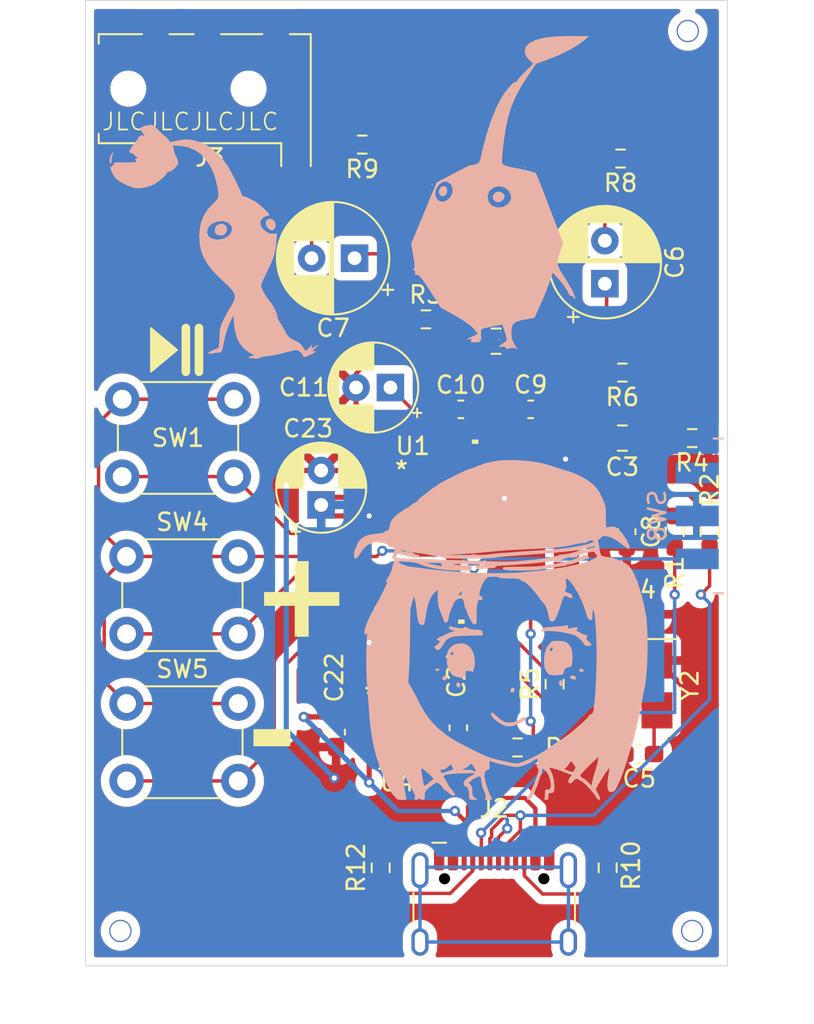
<source format=kicad_pcb>
(kicad_pcb (version 20240108) (generator "pcbnew") (generator_version "8.0")
  (title_block (title "USB to Audio PCB") (date "2024-08-20") (rev "0") (company "Nicholas West"))
  (layers (0 "F.Cu" signal) (31 "B.Cu" signal) (34 "B.Paste" user) (35 "F.Paste" user) (36 "B.SilkS" user "B.Silkscreen") (37 "F.SilkS" user "F.Silkscreen") (38 "B.Mask" user) (39 "F.Mask" user) (44 "Edge.Cuts" user))
  (net 0 "")
  (net 1 "VoutR")
  (net 2 "Net-(C2-Pad1)")
  (net 3 "Net-(C3-Pad1)")
  (net 4 "VoutL")
  (net 5 "GND")
  (net 6 "Net-(U1-XTO)")
  (net 7 "Net-(U1-XTI)")
  (net 8 "/LeftOut")
  (net 9 "/RightOut")
  (net 10 "+3.3V")
  (net 11 "Net-(U1-VCOM)")
  (net 12 "Vbus")
  (net 13 "Net-(J2-D+-PadA6)")
  (net 14 "Net-(J2-D--PadA7)")
  (net 15 "Net-(J2-CC2)")
  (net 16 "unconnected-(J2-SHIELD-PadS1)")
  (net 17 "Net-(J2-CC1)")
  (net 18 "Net-(U1-D-)")
  (net 19 "Net-(U1-D+)")
  (net 20 "Net-(U1-DT)")
  (net 21 "Suspend")
  (net 22 "Net-(U1-FUNC3)")
  (net 23 "Net-(U1-HID1{slash}MC)")
  (net 24 "Net-(U1-HID2{slash}MD)")
  (footprint "Button_Switch_THT:SW_PUSH_6mm_H4.3mm" (layer "F.Cu") (at 119.738 93.036)
    (property "Reference" "SW4")
    (property "Value" "VOL+")
  )
  (footprint "Button_Switch_THT:SW_PUSH_6mm_H4.3mm" (layer "F.Cu") (at 119.484 83.892)
    (property "Reference" "SW1")
    (property "Value" "PLAY/PAUSE")
  )
  (footprint "Connector_USB:USB_C_Receptacle_HCTL_HC-TYPE-C-16P-01A" (layer "F.Cu") (at 141.134187 114.378813)
    (property "Reference" "J2")
    (property "Value" "USB_C_Receptacle_USB2.0_14P")
  )
  (footprint "Capacitor_THT:CP_Radial_D5.0mm_P2.00mm" (layer "F.Cu") (at 135.096 83.2115 180)
    (property "Reference" "C11")
    (property "Value" "10uF")
  )
  (footprint "Resistor_SMD:R_0603_1608Metric_Pad0.98x0.95mm_HandSolder" (layer "F.Cu") (at 148.59 82.34362 180)
    (property "Reference" "R6")
    (property "Value" "3.3kohm")
  )
  (footprint "Capacitor_SMD:C_0603_1608Metric_Pad1.08x0.95mm_HandSolder" (layer "F.Cu") (at 139.192 84.4815 180)
    (property "Reference" "C10")
    (property "Value" "1uf")
  )
  (footprint "Resistor_SMD:R_0603_1608Metric_Pad0.98x0.95mm_HandSolder" (layer "F.Cu") (at 141.4995 76.708)
    (property "Reference" "R7")
    (property "Value" "3.3kohm")
  )
  (footprint "Capacitor_SMD:C_0603_1608Metric_Pad1.08x0.95mm_HandSolder" (layer "F.Cu") (at 149.5765 96.396)
    (property "Reference" "C4")
    (property "Value" "20pf")
  )
  (footprint "Resistor_SMD:R_0603_1608Metric_Pad0.98x0.95mm_HandSolder" (layer "F.Cu") (at 148.4865 69.89762 180)
    (property "Reference" "R8")
    (property "Value" "3.3kohm")
  )
  (footprint "Capacitor_SMD:C_0603_1608Metric_Pad1.08x0.95mm_HandSolder" (layer "F.Cu") (at 139.04692 102.996313 90)
    (property "Reference" "C21")
    (property "Value" "1uf")
  )
  (footprint "Capacitor_THT:CP_Radial_D6.3mm_P2.50mm" (layer "F.Cu") (at 133.00838 75.692 180)
    (property "Reference" "C7")
    (property "Value" "100uF")
  )
  (footprint "Button_Switch_THT:SW_PUSH_6mm_H4.3mm" (layer "F.Cu") (at 119.738 101.586)
    (property "Reference" "SW5")
    (property "Value" "VOL-")
  )
  (footprint "Resistor_SMD:R_0603_1608Metric_Pad0.98x0.95mm_HandSolder" (layer "F.Cu") (at 142.494 104.14)
    (property "Reference" "R11")
    (property "Value" "1.5kohm")
  )
  (footprint "customJack:Jack_3.5mm_KoreanHropartsElec_PJ-320D-4A_Horizontal_copy" (layer "F.Cu") (at 124.59 65.838)
    (property "Reference" "J3")
    (property "Value" "AudioJack3")
  )
  (footprint "Resistor_SMD:R_0603_1608Metric_Pad0.98x0.95mm_HandSolder" (layer "F.Cu") (at 133.4535 69.088 180)
    (property "Reference" "R9")
    (property "Value" "3.3kohm")
  )
  (footprint "MIC5504-3.3YM5:SOT-23-5_MC_MCH" (layer "F.Cu") (at 135.49092 103.692314)
    (property "Reference" "U4")
    (property "Value" "MIC5504-3.3YM5-TR")
  )
  (footprint "JLCtooling:PCBA tooling hole" (layer "F.Cu") (at 119.38 114.808)
    (property "Reference" "REF**" (hide yes))
    (property "Value" "PCBA tooling hole")
  )
  (footprint "Capacitor_SMD:C_0603_1608Metric_Pad1.08x0.95mm_HandSolder" (layer "F.Cu") (at 148.844 91.5935 -90)
    (property "Reference" "C8")
    (property "Value" "0.1uf")
  )
  (footprint "Capacitor_THT:CP_Radial_D6.3mm_P2.50mm" (layer "F.Cu") (at 147.574 77.176 90)
    (property "Reference" "C6")
    (property "Value" "100uF")
  )
  (footprint "Resistor_SMD:R_0603_1608Metric_Pad0.98x0.95mm_HandSolder" (layer "F.Cu") (at 134.528187 111.135813 90)
    (property "Reference" "R12")
    (property "Value" "5.1kohm")
  )
  (footprint "Capacitor_SMD:C_0603_1608Metric_Pad1.08x0.95mm_HandSolder" (layer "F.Cu") (at 149.5765 104.524 180)
    (property "Reference" "C5")
    (property "Value" "20pf")
  )
  (footprint "Resistor_SMD:R_0603_1608Metric_Pad0.98x0.95mm_HandSolder" (layer "F.Cu") (at 153.67 91.5935 90)
    (property "Reference" "R2")
    (property "Value" "22ohm")
  )
  (footprint "Capacitor_SMD:C_0603_1608Metric_Pad1.08x0.95mm_HandSolder" (layer "F.Cu") (at 131.93492 103.250313 -90)
    (property "Reference" "C22")
    (property "Value" "1uf")
  )
  (footprint "JLCtooling:PCBA tooling hole" (layer "F.Cu") (at 152.4 62.484)
    (property "Reference" "REF**" (hide yes))
    (property "Value" "PCBA tooling hole")
  )
  (footprint "Capacitor_SMD:C_0805_2012Metric_Pad1.18x1.45mm_HandSolder" (layer "F.Cu") (at 141.2455 80.518)
    (property "Reference" "C2")
    (property "Value" "0.022uf")
  )
  (footprint "JLCtooling:PCBA tooling hole" (layer "F.Cu") (at 152.654 114.808)
    (property "Reference" "REF**" (hide yes))
    (property "Value" "PCBA tooling hole")
  )
  (footprint "Capacitor_SMD:C_0603_1608Metric_Pad1.08x0.95mm_HandSolder" (layer "F.Cu") (at 143.256 84.4815)
    (property "Reference" "C9")
    (property "Value" "1uf")
  )
  (footprint "Capacitor_SMD:C_0805_2012Metric_Pad1.18x1.45mm_HandSolder" (layer "F.Cu") (at 148.59 86.15362 180)
    (property "Reference" "C3")
    (property "Value" "0.022uf")
  )
  (footprint "Resistor_SMD:R_0603_1608Metric_Pad0.98x0.95mm_HandSolder" (layer "F.Cu") (at 152.654 86.15362 180)
    (property "Reference" "R4")
    (property "Value" "16ohm")
  )
  (footprint "PCM270xC:PJT32" (layer "F.Cu") (at 141.224 91.5935)
    (property "Reference" "U1")
    (property "Value" "PCM2706CPJTR")
  )
  (footprint "Resistor_SMD:R_0603_1608Metric_Pad0.98x0.95mm_HandSolder" (layer "F.Cu") (at 151.638 91.5935 90)
    (property "Reference" "R1")
    (property "Value" "22ohm")
  )
  (footprint "Resistor_SMD:R_0603_1608Metric_Pad0.98x0.95mm_HandSolder" (layer "F.Cu") (at 137.16 79.248)
    (property "Reference" "R3")
    (property "Value" "16ohm")
  )
  (footprint "Crystal:Crystal_SMD_3225-4Pin_3.2x2.5mm_HandSoldering" (layer "F.Cu") (at 149.4565 100.534 -90)
    (property "Reference" "Y2")
    (property "Value" "Crystal_GND24")
  )
  (footprint "Resistor_SMD:R_0603_1608Metric_Pad0.98x0.95mm_HandSolder" (layer "F.Cu") (at 147.736187 111.135813 90)
    (property "Reference" "R10")
    (property "Value" "5.1kohm")
  )
  (footprint "Resistor_SMD:R_0603_1608Metric_Pad0.98x0.95mm_HandSolder" (layer "F.Cu") (at 144.65 100.46 90)
    (property "Reference" "R5")
    (property "Value" "1Mohm")
  )
  (footprint "Capacitor_THT:CP_Radial_D5.0mm_P2.00mm" (layer "F.Cu") (at 131.064 90.0375 90)
    (property "Reference" "C23")
    (property "Value" "10uF")
  )
  (footprint "LOGO" (layer "B.Cu") (at 141.374443 71.308917 180)
    (property "Reference" "G***" (hide yes))
    (property "Value" "LOGO" (hide yes))
  )
  (footprint "LOGO" (layer "B.Cu") (at 125.984 74.93 180)
    (property "Reference" "G***" (hide yes))
    (property "Value" "LOGO" (hide yes))
  )
  (footprint "LOGO" (layer "B.Cu") (at 140.97 97.282 180)
    (property "Reference" "G***" (hide yes))
    (property "Value" "LOGO" (hide yes))
  )
  (footprint "JS102011SAQN:SW_JS102011SAQN_Xoverhang" (layer "B.Cu") (at 155.702 90.678 -90)
    (property "Reference" "SW8")
    (property "Value" "SW_SPDT")
  )
  (gr_line (start 123.19 79.756) (end 123.19 82.296) (stroke (width 0.5)) (layer "F.SilkS"))
  (gr_poly (pts (xy 121.158 79.756) (xy 121.158 82.296) (xy 122.682 81.026)) (stroke (width 0.1)) (fill solid) (layer "F.SilkS"))
  (gr_line (start 123.952 82.296) (end 123.952 79.756) (stroke (width 0.5)) (layer "F.SilkS"))
  (gr_rect (start 117.348 60.706) (end 154.704 116.84) (stroke (width 0.05)) (fill none) (layer "Edge.Cuts"))
  (gr_text "+" (at 127 98.552 0) (layer "F.SilkS") (effects (font (size 5 5) (thickness 1) (bold yes)) (justify left bottom)))
  (gr_text "-" (at 126.746 106.426 0) (layer "F.SilkS") (effects (font (size 5 5) (thickness 0.2) (bold yes)) (justify left bottom)))
  (gr_text "JLCJLCJLCJLC" (at 118.24 68.338 0) (layer "F.SilkS") (effects (font (size 1 1) (thickness 0.1)) (justify left bottom)))
  (segment (start 140.992 81.809) (end 140.992 87.310701) (width 0.2) (layer "F.Cu") (net 1))
  (segment (start 140.992 87.310701) (end 140.824001 87.4787) (width 0.2) (layer "F.Cu") (net 1))
  (segment (start 142.283 80.518) (end 142.283 76.837) (width 0.2) (layer "F.Cu") (net 1))
  (segment (start 142.283 80.518) (end 140.992 81.809) (width 0.2) (layer "F.Cu") (net 1))
  (segment (start 133.26238 75.438) (end 133.00838 75.692) (width 0.2) (layer "F.Cu") (net 1))
  (segment (start 141.478 75.438) (end 133.26238 75.438) (width 0.2) (layer "F.Cu") (net 1))
  (segment (start 142.283 76.837) (end 142.412 76.708) (width 0.2) (layer "F.Cu") (net 1))
  (segment (start 142.412 76.708) (end 142.412 76.372) (width 0.2) (layer "F.Cu") (net 1))
  (segment (start 142.412 76.372) (end 141.478 75.438) (width 0.2) (layer "F.Cu") (net 1))
  (segment (start 138.0725 79.248) (end 138.938 79.248) (width 0.2) (layer "F.Cu") (net 2))
  (segment (start 138.938 79.248) (end 140.208 80.518) (width 0.2) (layer "F.Cu") (net 2))
  (segment (start 149.6275 86.15362) (end 151.7415 86.15362) (width 0.2) (layer "F.Cu") (net 3))
  (segment (start 141.623999 87.4787) (end 141.456 87.310701) (width 0.2) (layer "F.Cu") (net 4))
  (segment (start 147.6775 82.34362) (end 147.6775 77.2795) (width 0.2) (layer "F.Cu") (net 4))
  (segment (start 141.456 87.310701) (end 141.456 83.466) (width 0.2) (layer "F.Cu") (net 4))
  (segment (start 147.6775 77.2795) (end 147.574 77.176) (width 0.2) (layer "F.Cu") (net 4))
  (segment (start 142.57838 82.34362) (end 147.6775 82.34362) (width 0.2) (layer "F.Cu") (net 4))
  (segment (start 147.5525 82.46862) (end 147.6775 82.34362) (width 0.2) (layer "F.Cu") (net 4))
  (segment (start 147.5525 86.15362) (end 147.5525 82.46862) (width 0.2) (layer "F.Cu") (net 4))
  (segment (start 141.456 83.466) (end 142.57838 82.34362) (width 0.2) (layer "F.Cu") (net 4))
  (segment (start 144.334187 107.579813) (end 144.334187 107.511187) (width 0.25) (layer "F.Cu") (net 5))
  (segment (start 150.439 96.396) (end 150.439 98.9165) (width 0.3) (layer "F.Cu") (net 5))
  (segment (start 144.270381 91.993499) (end 145.3388 91.993499) (width 0.3) (layer "F.Cu") (net 5))
  (segment (start 149.399 82.24012) (end 149.5025 82.34362) (width 0.3) (layer "F.Cu") (net 5))
  (segment (start 131.93492 104.112813) (end 132.355419 103.692314) (width 0.3) (layer "F.Cu") (net 5))
  (segment (start 147.3697 95.7083) (end 148.844 94.234) (width 0.25) (layer "F.Cu") (net 5))
  (segment (start 140.587 76.708) (end 138.7875 76.708) (width 0.25) (layer "F.Cu") (net 5))
  (segment (start 134.528187 109.128187) (end 134.528187 110.223313) (width 0.3) (layer "F.Cu") (net 5))
  (segment (start 148.714 104.524) (end 148.714 105.026) (width 0.3) (layer "F.Cu") (net 5))
  (segment (start 144.1185 87.384199) (end 144.023999 87.4787) (width 0.3) (layer "F.Cu") (net 5))
  (segment (start 144.023999 87.4787) (end 143.224001 87.4787) (width 0.3) (layer "F.Cu") (net 5))
  (segment (start 138.7875 76.708) (end 136.2475 79.248) (width 0.25) (layer "F.Cu") (net 5))
  (segment (start 143.214 87.488701) (end 143.214 90.937118) (width 0.3) (layer "F.Cu") (net 5))
  (segment (start 128.016 78.1315) (end 128.016 73.66) (width 0.25) (layer "F.Cu") (net 5))
  (segment (start 139.192 106.172) (end 139.192 106.026107) (width 0.25) (layer "F.Cu") (net 5))
  (segment (start 137.1092 88.793501) (end 136.353199 88.0375) (width 0.3) (layer "F.Cu") (net 5))
  (segment (start 131.826 105.918) (end 131.826 106.426) (width 0.3) (layer "F.Cu") (net 5))
  (segment (start 129.8945 88.0375) (end 129.032 88.9) (width 0.3) (layer "F.Cu") (net 5))
  (segment (start 128.016 73.66) (end 129.54 72.136) (width 0.25) (layer "F.Cu") (net 5))
  (segment (start 135.234185 103.858813) (end 135.067686 103.692314) (width 0.3) (layer "F.Cu") (net 5))
  (segment (start 144.9035 106.0485) (end 146.428 104.524) (width 0.3) (layer "F.Cu") (net 5))
  (segment (start 144.842187 108.341813) (end 144.334187 108.849813) (width 0.25) (layer "F.Cu") (net 5))
  (segment (start 133.096 83.2115) (end 133.096 86.0055) (width 0.3) (layer "F.Cu") (net 5))
  (segment (start 139.04692 103.858813) (end 135.234185 103.858813) (width 0.3) (layer "F.Cu") (net 5))
  (segment (start 136.2475 79.248) (end 133.096 82.3995) (width 0.25) (layer "F.Cu") (net 5))
  (segment (start 143.224001 87.4787) (end 143.214 87.488701) (width 0.3) (layer "F.Cu") (net 5))
  (segment (start 129.54 72.136) (end 129.54 69.088) (width 0.25) (layer "F.Cu") (net 5))
  (segment (start 152.4 105.918) (end 152.4 100.8775) (width 0.3) (layer "F.Cu") (net 5))
  (segment (start 148.714 105.026) (end 149.86 106.172) (width 0.3) (layer "F.Cu") (net 5))
  (segment (start 144.023999 95.7083) (end 147.3697 95.7083) (width 0.25) (layer "F.Cu") (net 5))
  (segment (start 147.736187 110.223313) (end 147.736187 109.357813) (width 0.25) (layer "F.Cu") (net 5))
  (segment (start 146.720187 108.341813) (end 145.096187 108.341813) (width 0.25) (layer "F.Cu") (net 5))
  (segment (start 143.7835 106.9605) (end 143.772687 106.949687) (width 0.25) (layer "F.Cu") (net 5))
  (segment (start 150.439 96.396) (end 150.439 95.829) (width 0.3) (layer "F.Cu") (net 5))
  (segment (start 148.381499 91.993499) (end 145.3388 91.993499) (width 0.3) (layer "F.Cu") (net 5))
  (segment (start 152.146 106.172) (end 152.4 105.918) (width 0.3) (layer "F.Cu") (net 5))
  (segment (start 133.096 86.0055) (end 131.064 88.0375) (width 0.3) (layer "F.Cu") (net 5))
  (segment (start 148.714 102.3915) (end 148.3065 101.984) (width 0.3) (layer "F.Cu") (net 5))
  (segment (start 139.224001 85.376001) (end 138.3295 84.4815) (width 0.3) (layer "F.Cu") (net 5))
  (segment (start 137.934187 107.429813) (end 139.192 106.172) (width 0.25) (layer "F.Cu") (net 5))
  (segment (start 144.334187 110.633813) (end 144.334187 108.849813) (width 0.3) (layer "F.Cu") (net 5))
  (segment (start 139.04692 103.858813) (end 140.203107 105.015) (width 0.3) (layer "F.Cu") (net 5))
  (segment (start 144.334187 108.849813) (end 144.334187 107.579813) (width 0.3) (layer "F.Cu") (net 5))
  (segment (start 139.224001 87.4787) (end 139.224001 85.376001) (width 0.3) (layer "F.Cu") (net 5))
  (segment (start 139.224001 88.5153) (end 138.9458 88.793501) (width 0.3) (layer "F.Cu") (net 5))
  (segment (start 136.353199 88.0375) (end 131.064 88.0375) (width 0.3) (layer "F.Cu") (net 5))
  (segment (start 135.067686 103.692314) (end 134.19552 103.692314) (width 0.3) (layer "F.Cu") (net 5))
  (segment (start 149.7565 82.34362) (end 149.5025 82.34362) (width 0.3) (layer "F.Cu") (net 5))
  (segment (start 152.4 100.8775) (end 150.6065 99.084) (width 0.3) (layer "F.Cu") (net 5))
  (segment (start 140.203107 105.015) (end 141.838 105.015) (width 0.3) (layer "F.Cu") (net 5))
  (segment (start 149.86 106.172) (end 152.146 106.172) (width 0.3) (layer "F.Cu") (net 5))
  (segment (start 142.8715 106.0485) (end 143.772687 106.949687) (width 0.3) (layer "F.Cu") (net 5))
  (segment (start 150.439 95.829) (end 148.844 94.234) (width 0.3) (layer "F.Cu") (net 5))
  (segment (start 133.096 83.2115) (end 128.016 78.1315) (width 0.25) (layer "F.Cu") (net 5))
  (segment (start 147.736187 109.357813) (end 146.720187 108.341813) (width 0.25) (layer "F.Cu") (net 5))
  (segment (start 134.528187 110.223313) (end 134.528187 109.357813) (width 0.25) (layer "F.Cu") (net 5))
  (segment (start 151.58212 88.138) (end 153.5665 86.15362) (width 0.3) (layer "F.Cu") (net 5))
  (segment (start 139.224001 87.4787) (end 139.224001 88.5153) (width 0.3) (layer "F.Cu") (net 5))
  (segment (start 153.5665 86.15362) (end 149.7565 82.34362) (width 0.3) (layer "F.Cu") (net 5))
  (segment (start 149.399 69.89762) (end 149.399 82.24012) (width 0.3) (layer "F.Cu") (net 5))
  (segment (start 141.838 105.015) (end 142.8715 106.0485) (width 0.3) (layer "F.Cu") (net 5))
  (segment (start 144.1185 84.4815) (end 147.775 88.138) (width 0.3) (layer "F.Cu") (net 5))
  (segment (start 134.750813 109.135187) (end 136.228813 109.135187) (width 0.25) (layer "F.Cu") (net 5))
  (segment (start 129.54 69.088) (end 132.541 69.088) (width 0.25) (layer "F.Cu") (net 5))
  (segment (start 134.528187 109.357813) (end 134.750813 109.135187) (width 0.25) (layer "F.Cu") (net 5))
  (segment (start 132.355419 103.692314) (end 134.19552 103.692314) (width 0.3) (layer "F.Cu") (net 5))
  (segment (start 131.93492 104.112813) (end 131.93492 105.80908) (width 0.3) (layer "F.Cu") (net 5))
  (segment (start 148.714 104.524) (end 148.714 102.3915) (width 0.3) (layer "F.Cu") (net 5))
  (segment (start 142.8715 106.0485) (end 144.9035 106.0485) (width 0.3) (layer "F.Cu") (net 5))
  (segment (start 148.844 94.234) (end 148.844 92.456) (width 0.3) (layer "F.Cu") (net 5))
  (segment (start 146.428 104.524) (end 148.714 104.524) (width 0.3) (layer "F.Cu") (net 5))
  (segment (start 147.775 88.138) (end 151.58212 88.138) (width 0.3) (layer "F.Cu") (net 5))
  (segment (start 136.228813 109.135187) (end 137.934187 107.429813) (width 0.25) (layer "F.Cu") (net 5))
  (segment (start 133.096 82.3995) (end 133.096 83.2115) (width 0.25) (layer "F.Cu") (net 5))
  (segment (start 148.844 92.456) (end 148.381499 91.993499) (width 0.3) (layer "F.Cu") (net 5))
  (segment (start 145.096187 108.341813) (end 144.334187 107.579813) (width 0.25) (layer "F.Cu") (net 5))
  (segment (start 131.93492 105.80908) (end 131.826 105.918) (width 0.3) (layer "F.Cu") (net 5))
  (segment (start 145.096187 108.341813) (end 144.842187 108.341813) (width 0.25) (layer "F.Cu") (net 5))
  (segment (start 138.9458 88.793501) (end 137.1092 88.793501) (width 0.3) (layer "F.Cu") (net 5))
  (segment (start 143.214 90.937118) (end 144.270381 91.993499) (width 0.3) (layer "F.Cu") (net 5))
  (segment (start 131.826 106.426) (end 134.528187 109.128187) (width 0.3) (layer "F.Cu") (net 5))
  (segment (start 139.192 106.026107) (end 140.203107 105.015) (width 0.25) (layer "F.Cu") (net 5))
  (segment (start 131.064 88.0375) (end 129.8945 88.0375) (width 0.3) (layer "F.Cu") (net 5))
  (segment (start 144.334187 107.511187) (end 143.7835 106.9605) (width 0.25) (layer "F.Cu") (net 5))
  (segment (start 137.934187 110.633813) (end 137.934187 107.429813) (width 0.25) (layer "F.Cu") (net 5))
  (segment (start 144.1185 84.4815) (end 144.1185 87.384199) (width 0.3) (layer "F.Cu") (net 5))
  (segment (start 150.439 98.9165) (end 150.6065 99.084) (width 0.3) (layer "F.Cu") (net 5))
  (via (at 131.826 105.918) (size 0.6) (drill 0.3) (layers "F.Cu" "B.Cu") (net 5))
  (via (at 129.032 88.9) (size 0.6) (drill 0.3) (layers "F.Cu" "B.Cu") (net 5))
  (segment (start 129.032 88.9) (end 129.032 103.124) (width 0.3) (layer "B.Cu") (net 5))
  (segment (start 129.032 103.124) (end 131.826 105.918) (width 0.3) (layer "B.Cu") (net 5))
  (segment (start 148.714 98.6765) (end 148.3065 99.084) (width 0.2) (layer "F.Cu") (net 6))
  (segment (start 141.623999 97.126999) (end 141.623999 95.7083) (width 0.2) (layer "F.Cu") (net 6))
  (segment (start 145.1135 99.084) (end 144.65 99.5475) (width 0.2) (layer "F.Cu") (net 6))
  (segment (start 145.1135 99.084) (end 148.3065 99.084) (width 0.2) (layer "F.Cu") (net 6))
  (segment (start 148.714 96.396) (end 148.714 98.6765) (width 0.2) (layer "F.Cu") (net 6))
  (segment (start 144.65 99.5475) (end 144.0445 99.5475) (width 0.2) (layer "F.Cu") (net 6))
  (segment (start 144.0445 99.5475) (end 141.623999 97.126999) (width 0.2) (layer "F.Cu") (net 6))
  (segment (start 149.5565 100.584) (end 146.812 100.584) (width 0.2) (layer "F.Cu") (net 7))
  (segment (start 150.492 101.8695) (end 150.492 101.5195) (width 0.2) (layer "F.Cu") (net 7))
  (segment (start 146.0235 101.3725) (end 144.65 101.3725) (width 0.2) (layer "F.Cu") (net 7))
  (segment (start 144.65 101.3725) (end 144.0445 101.3725) (width 0.2) (layer "F.Cu") (net 7))
  (segment (start 150.492 101.6) (end 150.492 101.8695) (width 0.2) (layer "F.Cu") (net 7))
  (segment (start 144.0445 101.3725) (end 140.824001 98.152001) (width 0.2) (layer "F.Cu") (net 7))
  (segment (start 150.492 101.5195) (end 149.5565 100.584) (width 0.2) (layer "F.Cu") (net 7))
  (segment (start 150.439 102.1515) (end 150.6065 101.984) (width 0.2) (layer "F.Cu") (net 7))
  (segment (start 140.824001 98.152001) (end 140.824001 95.7083) (width 0.2) (layer "F.Cu") (net 7))
  (segment (start 146.812 100.584) (end 146.0235 101.3725) (width 0.2) (layer "F.Cu") (net 7))
  (segment (start 150.439 104.524) (end 150.439 102.1515) (width 0.2) (layer "F.Cu") (net 7))
  (segment (start 150.6065 101.984) (end 150.6065 101.7145) (width 0.2) (layer "F.Cu") (net 7))
  (segment (start 150.6065 101.7145) (end 150.492 101.6) (width 0.2) (layer "F.Cu") (net 7))
  (segment (start 147.574 69.89762) (end 147.574 74.676) (width 0.2) (layer "F.Cu") (net 8))
  (segment (start 147.574 69.89762) (end 144.31962 69.89762) (width 0.2) (layer "F.Cu") (net 8))
  (segment (start 137.01 62.588) (end 128.44 62.588) (width 0.2) (layer "F.Cu") (net 8))
  (segment (start 144.31962 69.89762) (end 137.01 62.588) (width 0.2) (layer "F.Cu") (net 8))
  (segment (start 131.49 64.688) (end 126.54 64.688) (width 0.2) (layer "F.Cu") (net 9))
  (segment (start 130.50838 72.94562) (end 134.366 69.088) (width 0.2) (layer "F.Cu") (net 9))
  (segment (start 134.366 67.564) (end 131.49 64.688) (width 0.2) (layer "F.Cu") (net 9))
  (segment (start 126.54 64.688) (end 124.44 62.588) (width 0.2) (layer "F.Cu") (net 9))
  (segment (start 134.366 69.088) (end 134.366 67.564) (width 0.2) (layer "F.Cu") (net 9))
  (segment (start 130.50838 75.692) (end 130.50838 72.94562) (width 0.2) (layer "F.Cu") (net 9))
  (segment (start 136.78632 102.742313) (end 136.78632 102.716913) (width 0.3) (layer "F.Cu") (net 10))
  (segment (start 141.663499 89.593499) (end 138.945801 89.593499) (width 0.3) (layer "F.Cu") (net 10))
  (segment (start 142.424 87.4787) (end 142.424 88.5153) (width 0.3) (layer "F.Cu") (net 10))
  (segment (start 131.064 90.0375) (end 131.7045 90.678) (width 0.3) (layer "F.Cu") (net 10))
  (segment (start 140.024 87.4787) (end 140.024 88.5153) (width 0.3) (layer "F.Cu") (net 10))
  (segment (start 144.248201 91.193501) (end 143.764 90.7093) (width 0.3) (layer "F.Cu") (net 10))
  (segment (start 140.024 87.4787) (end 140.024 84.512) (width 0.3) (layer "F.Cu") (net 10))
  (segment (start 145.3388 88.793501) (end 145.3388 87.4268) (width 0.3) (layer "F.Cu") (net 10))
  (segment (start 139.608545 102.133813) (end 139.608545 102.167045) (width 0.3) (layer "F.Cu") (net 10))
  (segment (start 140.024 88.5153) (end 139.79665 88.74265) (width 0.3) (layer "F.Cu") (net 10))
  (segment (start 138.945801 89.593499) (end 137.1092 89.593499) (width 0.3) (layer "F.Cu") (net 10))
  (segment (start 141.5815 102.179501) (end 139.223999 99.822) (width 0.25) (layer "F.Cu") (net 10))
  (segment (start 142.424 87.4787) (end 142.424 84.512) (width 0.3) (layer "F.Cu") (net 10))
  (segment (start 138.424001 95.7083) (end 136.1937 95.7083) (width 0.3) (layer "F.Cu") (net 10))
  (segment (start 139.04692 102.133813) (end 139.608545 102.133813) (width 0.3) (layer "F.Cu") (net 10))
  (segment (start 148.381499 91.193501) (end 145.3388 91.193501) (width 0.3) (layer "F.Cu") (net 10))
  (segment (start 136.1937 95.7083) (end 133.858 98.044) (width 0.3) (layer "F.Cu") (net 10))
  (segment (start 143.764 90.7093) (end 143.764 89.0535) (width 0.3) (layer "F.Cu") (net 10))
  (segment (start 144.023999 88.793501) (end 145.3388 88.793501) (width 0.3) (layer "F.Cu") (net 10))
  (segment (start 142.424 88.5153) (end 142.19665 88.74265) (width 0.3) (layer "F.Cu") (net 10))
  (segment (start 139.04692 101.45492) (end 139.04692 99.999079) (width 0.3) (layer "F.Cu") (net 10))
  (segment (start 139.04692 102.133813) (end 139.04692 101.45492) (width 0.3) (layer "F.Cu") (net 10))
  (segment (start 142.19665 88.74265) (end 139.79665 88.74265) (width 0.3) (layer "F.Cu") (net 10))
  (segment (start 145.3388 87.4268) (end 145.288 87.376) (width 0.3) (layer "F.Cu") (net 10))
  (segment (start 143.764 89.0535) (end 144.023999 88.793501) (width 0.3) (layer "F.Cu") (net 10))
  (segment (start 131.7045 90.678) (end 133.858 90.678) (width 0.3) (layer "F.Cu") (net 10))
  (segment (start 137.06792 102.742313) (end 137.67642 102.133813) (width 0.3) (layer "F.Cu") (net 10))
  (segment (start 137.67642 102.133813) (end 139.04692 102.133813) (width 0.3) (layer "F.Cu") (net 10))
  (segment (start 140.024 84.512) (end 140.0545 84.4815) (width 0.3) (layer "F.Cu") (net 10))
  (segment (start 139.223999 99.822) (end 139.223999 95.7083) (width 0.3) (layer "F.Cu") (net 10))
  (segment (start 141.732 89.662) (end 141.663499 89.593499) (width 0.3) (layer "F.Cu") (net 10))
  (segment (start 137.1092 90.3935) (end 137.1092 89.593499) (width 0.25) (layer "F.Cu") (net 10))
  (segment (start 145.3388 91.193501) (end 144.248201 91.193501) (width 0.3) (layer "F.Cu") (net 10))
  (segment (start 137.1092 89.593499) (end 131.508001 89.593499) (width 0.3) (layer "F.Cu") (net 10))
  (segment (start 139.79665 88.74265) (end 138.945801 89.593499) (width 0.3) (layer "F.Cu") (net 10))
  (segment (start 136.78632 102.742313) (end 137.06792 102.742313) (width 0.3) (layer "F.Cu") (net 10))
  (segment (start 139.04692 99.999079) (end 139.223999 99.822) (width 0.3) (layer "F.Cu") (net 10))
  (segment (start 142.424 84.512) (end 142.3935 84.4815) (width 0.3) (layer "F.Cu") (net 10))
  (segment (start 141.5815 104.14) (end 141.5815 102.179501) (width 0.25) (layer "F.Cu") (net 10))
  (segment (start 148.844 90.731) (end 148.381499 91.193501) (width 0.3) (layer "F.Cu") (net 10))
  (segment (start 139.608545 102.167045) (end 141.5815 104.14) (width 0.3) (layer "F.Cu") (net 10))
  (segment (start 131.508001 89.593499) (end 131.064 90.0375) (width 0.3) (layer "F.Cu") (net 10))
  (segment (start 139.223999 95.7083) (end 138.424001 95.7083) (width 0.3) (layer "F.Cu") (net 10))
  (via (at 145.288 87.376) (size 0.6) (drill 0.3) (layers "F.Cu" "B.Cu") (net 10))
  (via (at 133.858 90.678) (size 0.6) (drill 0.3) (layers "F.Cu" "B.Cu") (net 10))
  (via (at 141.732 89.662) (size 0.6) (drill 0.3) (layers "F.Cu" "B.Cu") (net 10))
  (via (at 133.858 98.044) (size 0.6) (drill 0.3) (layers "F.Cu" "B.Cu") (net 10))
  (segment (start 145.288 87.376) (end 144.018 87.376) (width 0.3) (layer "B.Cu") (net 10))
  (segment (start 144.018 87.376) (end 141.732 89.662) (width 0.3) (layer "B.Cu") (net 10))
  (segment (start 133.858 98.044) (end 133.858 90.678) (width 0.3) (layer "B.Cu") (net 10))
  (segment (start 148.59 90.678) (end 145.288 87.376) (width 0.25) (layer "B.Cu") (net 10))
  (segment (start 152.952 90.678) (end 148.59 90.678) (width 0.25) (layer "B.Cu") (net 10))
  (segment (start 138.424001 87.4787) (end 138.424001 86.539501) (width 0.2) (layer "F.Cu") (net 11))
  (segment (start 138.424001 86.539501) (end 135.096 83.2115) (width 0.2) (layer "F.Cu") (net 11))
  (segment (start 139.608187 108.341813) (end 139.354187 108.341813) (width 0.25) (layer "F.Cu") (net 12))
  (segment (start 138.734187 109.215813) (end 138.734187 110.633813) (width 0.25) (layer "F.Cu") (net 12))
  (segment (start 139.608187 108.341813) (end 138.734187 109.215813) (width 0.25) (layer "F.Cu") (net 12))
  (segment (start 143.534187 107.695813) (end 142.910187 107.071813) (width 0.25) (layer "F.Cu") (net 12))
  (segment (start 131.402214 102.387813) (end 131.93492 102.387813) (width 0.3) (layer "F.Cu") (net 12))
  (segment (start 139.354187 108.341813) (end 138.846187 107.833813) (width 0.25) (layer "F.Cu") (net 12))
  (segment (start 139.608187 107.579813) (end 139.608187 108.341813) (width 0.25) (layer "F.Cu") (net 12))
  (segment (start 134.22092 102.488313) (end 134.12042 102.387813) (width 0.3) (layer "F.Cu") (net 12))
  (segment (start 134.12042 102.387813) (end 131.93492 102.387813) (width 0.3) (layer "F.Cu") (net 12))
  (segment (start 134.19552 102.742313) (end 134.19552 102.513713) (width 0.3) (layer "F.Cu") (net 12))
  (segment (start 142.910187 107.071813) (end 140.116187 107.071813) (width 0.25) (layer "F.Cu") (net 12))
  (segment (start 139.608187 107.579813) (end 140.116187 107.071813) (width 0.25) (layer "F.Cu") (net 12))
  (segment (start 131.909107 102.362) (end 131.93492 102.387813) (width 0.3) (layer "F.Cu") (net 12))
  (segment (start 134.19552 102.513713) (end 134.22092 102.488313) (width 0.3) (layer "F.Cu") (net 12))
  (segment (start 133.858 106.172) (end 133.858 104.979835) (width 0.3) (layer "F.Cu") (net 12))
  (segment (start 143.534187 110.633813) (end 143.534187 107.695813) (width 0.25) (layer "F.Cu") (net 12))
  (segment (start 133.858 104.979835) (end 134.19552 104.642315) (width 0.3) (layer "F.Cu") (net 12))
  (segment (start 130.048 102.362) (end 131.909107 102.362) (width 0.3) (layer "F.Cu") (net 12))
  (via (at 138.846187 107.833813) (size 0.6) (drill 0.3) (layers "F.Cu" "B.Cu") (net 12))
  (via (at 130.048 102.362) (size 0.6) (drill 0.3) (layers "F.Cu" "B.Cu") (net 12))
  (via (at 133.858 106.172) (size 0.6) (drill 0.3) (layers "F.Cu" "B.Cu") (net 12))
  (segment (start 133.858 106.172) (end 130.048 102.362) (width 0.3) (layer "B.Cu") (net 12))
  (segment (start 138.846187 107.833813) (end 135.519813 107.833813) (width 0.25) (layer "B.Cu") (net 12))
  (segment (start 135.382 107.696) (end 133.858 106.172) (width 0.3) (layer "B.Cu") (net 12))
  (segment (start 135.519813 107.833813) (end 135.382 107.696) (width 0.25) (layer "B.Cu") (net 12))
  (segment (start 142.656187 108.979403) (end 142.656187 108.087813) (width 0.2) (layer "F.Cu") (net 13))
  (segment (start 153.67 94.742) (end 153.162 95.25) (width 0.2) (layer "F.Cu") (net 13))
  (segment (start 141.884187 109.751403) (end 142.656187 108.979403) (width 0.2) (layer "F.Cu") (net 13))
  (segment (start 153.67 92.506) (end 153.67 94.742) (width 0.2) (layer "F.Cu") (net 13))
  (segment (start 140.884187 110.633813) (end 140.884187 109.438342) (width 0.2) (layer "F.Cu") (net 13))
  (segment (start 141.884187 110.633813) (end 141.884187 109.751403) (width 0.2) (layer "F.Cu") (net 13))
  (segment (start 140.884187 109.438342) (end 140.984187 109.338342) (width 0.2) (layer "F.Cu") (net 13))
  (segment (start 141.807658 108.087813) (end 142.656187 108.087813) (width 0.2) (layer "F.Cu") (net 13))
  (segment (start 140.984187 108.911284) (end 141.807658 108.087813) (width 0.2) (layer "F.Cu") (net 13))
  (segment (start 140.984187 109.338342) (end 140.984187 108.911284) (width 0.2) (layer "F.Cu") (net 13))
  (via (at 142.656187 108.087813) (size 0.6) (drill 0.3) (layers "F.Cu" "B.Cu") (net 13))
  (via (at 153.162 95.25) (size 0.6) (drill 0.3) (layers "F.Cu" "B.Cu") (net 13))
  (segment (start 153.162 95.25) (end 153.67 95.758) (width 0.2) (layer "B.Cu") (net 13))
  (segment (start 146.928187 108.087813) (end 142.656187 108.087813) (width 0.2) (layer "B.Cu") (net 13))
  (segment (start 153.67 101.346) (end 146.928187 108.087813) (width 0.2) (layer "B.Cu") (net 13))
  (segment (start 153.67 95.758) (end 153.67 101.346) (width 0.2) (layer "B.Cu") (net 13))
  (segment (start 151.638 95.25) (end 151.638 92.506) (width 0.2) (layer "F.Cu") (net 14))
  (segment (start 140.384187 109.117813) (end 140.370187 109.103813) (width 0.2) (layer "F.Cu") (net 14))
  (segment (start 141.384187 109.359813) (end 141.894187 108.849813) (width 0.2) (layer "F.Cu") (net 14))
  (segment (start 141.384187 110.633813) (end 141.384187 109.359813) (width 0.2) (layer "F.Cu") (net 14))
  (segment (start 140.384187 110.633813) (end 140.384187 109.117813) (width 0.2) (layer "F.Cu") (net 14))
  (via (at 140.370187 109.103813) (size 0.6) (drill 0.3) (layers "F.Cu" "B.Cu") (net 14))
  (via (at 151.638 95.25) (size 0.6) (drill 0.3) (layers "F.Cu" "B.Cu") (net 14))
  (via (at 141.894187 108.849813) (size 0.6) (drill 0.3) (layers "F.Cu" "B.Cu") (net 14))
  (segment (start 141.894187 108.849813) (end 141.894187 108.341813) (width 0.2) (layer "B.Cu") (net 14))
  (segment (start 141.894187 108.341813) (end 141.513187 107.960813) (width 0.2) (layer "B.Cu") (net 14))
  (segment (start 140.370187 109.103813) (end 141.005187 108.468813) (width 0.2) (layer "B.Cu") (net 14))
  (segment (start 141.005187 108.468813) (end 141.501 107.973) (width 0.2) (layer "B.Cu") (net 14))
  (segment (start 151.638 102.108) (end 151.638 95.25) (width 0.2) (layer "B.Cu") (net 14))
  (segment (start 147.366 102.108) (end 141.501 107.973) (width 0.2) (layer "B.Cu") (net 14))
  (segment (start 151.638 102.108) (end 147.366 102.108) (width 0.2) (layer "B.Cu") (net 14))
  (segment (start 141.501 107.973) (end 141.513187 107.960813) (width 0.2) (layer "B.Cu") (net 14))
  (segment (start 142.884187 110.633813) (end 142.884187 111.588407) (width 0.2) (layer "F.Cu") (net 15))
  (segment (start 147.124687 112.659813) (end 143.955593 112.659813) (width 0.2) (layer "F.Cu") (net 15))
  (segment (start 147.736187 112.048313) (end 147.124687 112.659813) (width 0.2) (layer "F.Cu") (net 15))
  (segment (start 142.884187 111.588407) (end 143.955593 112.659813) (width 0.2) (layer "F.Cu") (net 15))
  (segment (start 145.279187 111.098813) (end 136.989187 111.098813) (width 0.2) (layer "B.Cu") (net 16))
  (segment (start 145.454187 111.273813) (end 145.279187 111.098813) (width 0.2) (layer "B.Cu") (net 16))
  (segment (start 145.454187 111.273813) (end 145.454187 115.453813) (width 0.2) (layer "B.Cu") (net 16))
  (segment (start 136.814187 115.453813) (end 136.814187 111.273813) (width 0.2) (layer "B.Cu") (net 16))
  (segment (start 145.454187 115.453813) (end 136.814187 115.453813) (width 0.2) (layer "B.Cu") (net 16))
  (segment (start 136.989187 111.098813) (end 136.814187 111.273813) (width 0.2) (layer "B.Cu") (net 16))
  (segment (start 139.884187 110.633813) (end 139.884187 111.316223) (width 0.2) (layer "F.Cu") (net 17))
  (segment (start 138.576597 112.623813) (end 135.103687 112.623813) (width 0.2) (layer "F.Cu") (net 17))
  (segment (start 135.103687 112.623813) (end 134.528187 112.048313) (width 0.2) (layer "F.Cu") (net 17))
  (segment (start 139.884187 111.316223) (end 138.576597 112.623813) (width 0.2) (layer "F.Cu") (net 17))
  (segment (start 145.3388 90.3935) (end 147.25 90.3935) (width 0.2) (layer "F.Cu") (net 18))
  (segment (start 147.85 89.7935) (end 150.7505 89.7935) (width 0.2) (layer "F.Cu") (net 18))
  (segment (start 147.25 90.3935) (end 147.85 89.7935) (width 0.2) (layer "F.Cu") (net 18))
  (segment (start 150.7505 89.7935) (end 151.638 90.681) (width 0.2) (layer "F.Cu") (net 18))
  (segment (start 146.529401 89.3935) (end 146.3294 89.593501) (width 0.2) (layer "F.Cu") (net 19))
  (segment (start 146.3294 89.593501) (end 145.3388 89.593501) (width 0.2) (layer "F.Cu") (net 19))
  (segment (start 153.67 90.681) (end 152.3825 89.3935) (width 0.2) (layer "F.Cu") (net 19))
  (segment (start 152.3825 89.3935) (end 146.529401 89.3935) (width 0.2) (layer "F.Cu") (net 19))
  (segment (start 143.256 97.536) (end 143.256 95.740301) (width 0.2) (layer "F.Cu") (net 20))
  (segment (start 143.256 95.740301) (end 143.223999 95.7083) (width 0.2) (layer "F.Cu") (net 20))
  (segment (start 143.4065 102.7665) (end 143.256 102.616) (width 0.2) (layer "F.Cu") (net 20))
  (segment (start 143.4065 104.14) (end 143.4065 102.7665) (width 0.2) (layer "F.Cu") (net 20))
  (via (at 143.256 102.616) (size 0.6) (drill 0.3) (layers "F.Cu" "B.Cu") (net 20))
  (via (at 143.256 97.536) (size 0.6) (drill 0.3) (layers "F.Cu" "B.Cu") (net 20))
  (segment (start 143.256 102.616) (end 143.256 97.536) (width 0.2) (layer "B.Cu") (net 20))
  (segment (start 126.238 93.036) (end 134.294 93.036) (width 0.2) (layer "F.Cu") (net 21))
  (segment (start 139.954 93.726) (end 140.024 93.796) (width 0.2) (layer "F.Cu") (net 21))
  (segment (start 140.024 93.796) (end 140.024 95.7083) (width 0.2) (layer "F.Cu") (net 21))
  (segment (start 118.438 94.336) (end 118.438 100.286) (width 0.2) (layer "F.Cu") (net 21))
  (segment (start 118.11 91.408) (end 118.11 85.266) (width 0.2) (layer "F.Cu") (net 21))
  (segment (start 119.738 93.036) (end 118.11 91.408) (width 0.2) (layer "F.Cu") (net 21))
  (segment (start 134.294 93.036) (end 134.62 92.71) (width 0.2) (layer "F.Cu") (net 21))
  (segment (start 119.738 93.036) (end 118.438 94.336) (width 0.2) (layer "F.Cu") (net 21))
  (segment (start 118.438 100.286) (end 119.738 101.586) (width 0.2) (layer "F.Cu") (net 21))
  (segment (start 118.11 85.266) (end 119.484 83.892) (width 0.2) (layer "F.Cu") (net 21))
  (segment (start 119.738 93.036) (end 126.238 93.036) (width 0.2) (layer "F.Cu") (net 21))
  (segment (start 119.738 101.586) (end 126.238 101.586) (width 0.2) (layer "F.Cu") (net 21))
  (segment (start 119.484 83.892) (end 125.984 83.892) (width 0.2) (layer "F.Cu") (net 21))
  (via (at 139.954 93.726) (size 0.6) (drill 0.3) (layers "F.Cu" "B.Cu") (net 21))
  (via (at 134.62 92.71) (size 0.6) (drill 0.3) (layers "F.Cu" "B.Cu") (net 21))
  (segment (start 138.938 92.71) (end 139.954 93.726) (width 0.2) (layer "B.Cu") (net 21))
  (segment (start 134.62 92.71) (end 138.938 92.71) (width 0.2) (layer "B.Cu") (net 21))
  (segment (start 152.952 93.178) (end 140.502 93.178) (width 0.2) (layer "B.Cu") (net 21))
  (segment (start 140.502 93.178) (end 139.954 93.726) (width 0.2) (layer "B.Cu") (net 21))
  (segment (start 134.612499 91.193501) (end 137.1092 91.193501) (width 0.2) (layer "F.Cu") (net 22))
  (segment (start 129.286 91.694) (end 134.112 91.694) (width 0.2) (layer "F.Cu") (net 22))
  (segment (start 119.484 88.392) (end 125.984 88.392) (width 0.2) (layer "F.Cu") (net 22))
  (segment (start 134.112 91.694) (end 134.612499 91.193501) (width 0.2) (layer "F.Cu") (net 22))
  (segment (start 125.984 88.392) (end 129.286 91.694) (width 0.2) (layer "F.Cu") (net 22))
  (segment (start 130.180501 93.593499) (end 137.1092 93.593499) (width 0.2) (layer "F.Cu") (net 23))
  (segment (start 126.238 97.536) (end 130.180501 93.593499) (width 0.2) (layer "F.Cu") (net 23))
  (segment (start 119.738 97.536) (end 126.238 97.536) (width 0.2) (layer "F.Cu") (net 23))
  (segment (start 129.032 103.292) (end 129.032 99.314) (width 0.2) (layer "F.Cu") (net 24))
  (segment (start 126.238 106.086) (end 129.032 103.292) (width 0.2) (layer "F.Cu") (net 24))
  (segment (start 129.032 99.314) (end 133.952501 94.393499) (width 0.2) (layer "F.Cu") (net 24))
  (segment (start 133.952501 94.393499) (end 137.1092 94.393499) (width 0.2) (layer "F.Cu") (net 24))
  (segment (start 119.738 106.086) (end 126.238 106.086) (width 0.2) (layer "F.Cu") (net 24))
  (zone (net 5) (net_name "GND") (layer "F.Cu") (priority 1) (connect_pads (clearance 0.5)) (min_thickness 0.25) (fill yes (thermal_gap 0.5) (thermal_bridge_width 0.5))
    (polygon (pts (xy 154.704 60.706) (xy 117.348 60.706) (xy 117.348 116.84) (xy 154.704 116.84)))
  )
  (zone (net 12) (net_name "Vbus") (layer "F.Cu") (name "vbus") (connect_pads yes (clearance 0.5)) (min_thickness 0.25) (fill yes (thermal_gap 0.5) (thermal_bridge_width 0.5))
    (polygon (pts (xy 130.019107 102.874187) (xy 130.019107 101.742) (xy 134.845107 101.742) (xy 134.845107 102.504) (xy 134.845107 103.012) (xy 130.781107 103.012)))
  )
  (zone (net 10) (net_name "+3.3V") (layer "F.Cu") (priority 2) (connect_pads yes (clearance 0.5)) (min_thickness 0.25) (fill yes (thermal_gap 0.5) (thermal_bridge_width 0.5))
    (polygon (pts (xy 141.694 104.14) (xy 141.478 102.108) (xy 139.192 99.822) (xy 139.192 101.854)))
  )
  (zone (net 10) (net_name "+3.3V") (layer "B.Cu") (priority 3) (connect_pads (clearance 0.5)) (min_thickness 0.25) (fill yes (thermal_gap 0.5) (thermal_bridge_width 0.5))
    (polygon (pts (xy 154.704 116.84) (xy 117.348 116.84) (xy 117.348 60.706) (xy 154.704 60.706)))
  )
)
</source>
